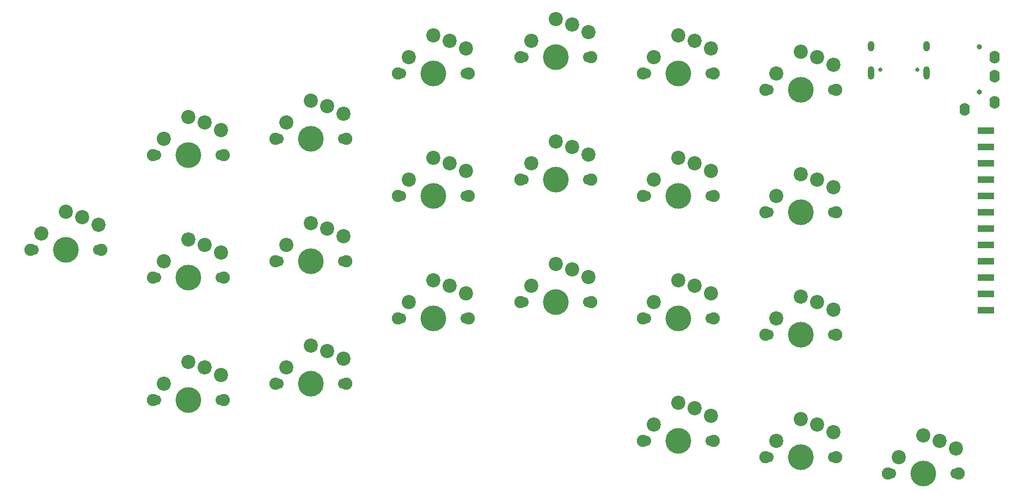
<source format=gbs>
G04 #@! TF.GenerationSoftware,KiCad,Pcbnew,5.1.10*
G04 #@! TF.CreationDate,2021-06-22T11:56:40+03:00*
G04 #@! TF.ProjectId,left,6c656674-2e6b-4696-9361-645f70636258,rev?*
G04 #@! TF.SameCoordinates,Original*
G04 #@! TF.FileFunction,Soldermask,Bot*
G04 #@! TF.FilePolarity,Negative*
%FSLAX46Y46*%
G04 Gerber Fmt 4.6, Leading zero omitted, Abs format (unit mm)*
G04 Created by KiCad (PCBNEW 5.1.10) date 2021-06-22 11:56:40*
%MOMM*%
%LPD*%
G01*
G04 APERTURE LIST*
%ADD10C,2.200000*%
%ADD11C,4.000000*%
%ADD12C,1.900000*%
%ADD13C,1.700000*%
%ADD14O,1.600000X2.000000*%
%ADD15C,0.800000*%
%ADD16R,2.500000X1.000000*%
%ADD17O,1.000000X2.100000*%
%ADD18C,0.650000*%
%ADD19O,1.000000X1.600000*%
G04 APERTURE END LIST*
D10*
X119400000Y-62775000D03*
D11*
X114300000Y-66675000D03*
D12*
X108800000Y-66675000D03*
X119800000Y-66675000D03*
D10*
X114300000Y-60775000D03*
X116840000Y-61595000D03*
X110490000Y-64135000D03*
D13*
X119380000Y-66675000D03*
X109220000Y-66675000D03*
D10*
X233700000Y-112305000D03*
D11*
X228600000Y-116205000D03*
D12*
X223100000Y-116205000D03*
X234100000Y-116205000D03*
D10*
X228600000Y-110305000D03*
X231140000Y-111125000D03*
X224790000Y-113665000D03*
D13*
X233680000Y-116205000D03*
X223520000Y-116205000D03*
X109220000Y-85725000D03*
X119380000Y-85725000D03*
D10*
X110490000Y-83185000D03*
X116840000Y-80645000D03*
X114300000Y-79825000D03*
D12*
X119800000Y-85725000D03*
X108800000Y-85725000D03*
D11*
X114300000Y-85725000D03*
D10*
X119400000Y-81825000D03*
X119400000Y-100875000D03*
D11*
X114300000Y-104775000D03*
D12*
X108800000Y-104775000D03*
X119800000Y-104775000D03*
D10*
X114300000Y-98875000D03*
X116840000Y-99695000D03*
X110490000Y-102235000D03*
D13*
X119380000Y-104775000D03*
X109220000Y-104775000D03*
X147320000Y-53975000D03*
X157480000Y-53975000D03*
D10*
X148590000Y-51435000D03*
X154940000Y-48895000D03*
X152400000Y-48075000D03*
D12*
X157900000Y-53975000D03*
X146900000Y-53975000D03*
D11*
X152400000Y-53975000D03*
D10*
X157500000Y-50075000D03*
X214650000Y-71665000D03*
D11*
X209550000Y-75565000D03*
D12*
X204050000Y-75565000D03*
X215050000Y-75565000D03*
D10*
X209550000Y-69665000D03*
X212090000Y-70485000D03*
X205740000Y-73025000D03*
D13*
X214630000Y-75565000D03*
X204470000Y-75565000D03*
X147320000Y-73025000D03*
X157480000Y-73025000D03*
D10*
X148590000Y-70485000D03*
X154940000Y-67945000D03*
X152400000Y-67125000D03*
D12*
X157900000Y-73025000D03*
X146900000Y-73025000D03*
D11*
X152400000Y-73025000D03*
D10*
X157500000Y-69125000D03*
X157500000Y-88175000D03*
D11*
X152400000Y-92075000D03*
D12*
X146900000Y-92075000D03*
X157900000Y-92075000D03*
D10*
X152400000Y-86175000D03*
X154940000Y-86995000D03*
X148590000Y-89535000D03*
D13*
X157480000Y-92075000D03*
X147320000Y-92075000D03*
X90170000Y-81407000D03*
X100330000Y-81407000D03*
D10*
X91440000Y-78867000D03*
X97790000Y-76327000D03*
X95250000Y-75507000D03*
D12*
X100750000Y-81407000D03*
X89750000Y-81407000D03*
D11*
X95250000Y-81407000D03*
D10*
X100350000Y-77507000D03*
X214650000Y-52615000D03*
D11*
X209550000Y-56515000D03*
D12*
X204050000Y-56515000D03*
X215050000Y-56515000D03*
D10*
X209550000Y-50615000D03*
X212090000Y-51435000D03*
X205740000Y-53975000D03*
D13*
X214630000Y-56515000D03*
X204470000Y-56515000D03*
X204470000Y-94615000D03*
X214630000Y-94615000D03*
D10*
X205740000Y-92075000D03*
X212090000Y-89535000D03*
X209550000Y-88715000D03*
D12*
X215050000Y-94615000D03*
X204050000Y-94615000D03*
D11*
X209550000Y-94615000D03*
D10*
X214650000Y-90715000D03*
X138450000Y-60235000D03*
D11*
X133350000Y-64135000D03*
D12*
X127850000Y-64135000D03*
X138850000Y-64135000D03*
D10*
X133350000Y-58235000D03*
X135890000Y-59055000D03*
X129540000Y-61595000D03*
D13*
X138430000Y-64135000D03*
X128270000Y-64135000D03*
X128270000Y-83185000D03*
X138430000Y-83185000D03*
D10*
X129540000Y-80645000D03*
X135890000Y-78105000D03*
X133350000Y-77285000D03*
D12*
X138850000Y-83185000D03*
X127850000Y-83185000D03*
D11*
X133350000Y-83185000D03*
D10*
X138450000Y-79285000D03*
X138450000Y-98335000D03*
D11*
X133350000Y-102235000D03*
D12*
X127850000Y-102235000D03*
X138850000Y-102235000D03*
D10*
X133350000Y-96335000D03*
X135890000Y-97155000D03*
X129540000Y-99695000D03*
D13*
X138430000Y-102235000D03*
X128270000Y-102235000D03*
X166370000Y-51435000D03*
X176530000Y-51435000D03*
D10*
X167640000Y-48895000D03*
X173990000Y-46355000D03*
X171450000Y-45535000D03*
D12*
X176950000Y-51435000D03*
X165950000Y-51435000D03*
D11*
X171450000Y-51435000D03*
D10*
X176550000Y-47535000D03*
X176550000Y-66585000D03*
D11*
X171450000Y-70485000D03*
D12*
X165950000Y-70485000D03*
X176950000Y-70485000D03*
D10*
X171450000Y-64585000D03*
X173990000Y-65405000D03*
X167640000Y-67945000D03*
D13*
X176530000Y-70485000D03*
X166370000Y-70485000D03*
X166370000Y-89535000D03*
X176530000Y-89535000D03*
D10*
X167640000Y-86995000D03*
X173990000Y-84455000D03*
X171450000Y-83635000D03*
D12*
X176950000Y-89535000D03*
X165950000Y-89535000D03*
D11*
X171450000Y-89535000D03*
D10*
X176550000Y-85635000D03*
X195600000Y-50075000D03*
D11*
X190500000Y-53975000D03*
D12*
X185000000Y-53975000D03*
X196000000Y-53975000D03*
D10*
X190500000Y-48075000D03*
X193040000Y-48895000D03*
X186690000Y-51435000D03*
D13*
X195580000Y-53975000D03*
X185420000Y-53975000D03*
X185420000Y-73025000D03*
X195580000Y-73025000D03*
D10*
X186690000Y-70485000D03*
X193040000Y-67945000D03*
X190500000Y-67125000D03*
D12*
X196000000Y-73025000D03*
X185000000Y-73025000D03*
D11*
X190500000Y-73025000D03*
D10*
X195600000Y-69125000D03*
X195600000Y-88175000D03*
D11*
X190500000Y-92075000D03*
D12*
X185000000Y-92075000D03*
X196000000Y-92075000D03*
D10*
X190500000Y-86175000D03*
X193040000Y-86995000D03*
X186690000Y-89535000D03*
D13*
X195580000Y-92075000D03*
X185420000Y-92075000D03*
X204470000Y-113665000D03*
X214630000Y-113665000D03*
D10*
X205740000Y-111125000D03*
X212090000Y-108585000D03*
X209550000Y-107765000D03*
D12*
X215050000Y-113665000D03*
X204050000Y-113665000D03*
D11*
X209550000Y-113665000D03*
D10*
X214650000Y-109765000D03*
X195600000Y-107225000D03*
D11*
X190500000Y-111125000D03*
D12*
X185000000Y-111125000D03*
X196000000Y-111125000D03*
D10*
X190500000Y-105225000D03*
X193040000Y-106045000D03*
X186690000Y-108585000D03*
D13*
X195580000Y-111125000D03*
X185420000Y-111125000D03*
D14*
X235063000Y-59560000D03*
X239663000Y-58460000D03*
X239663000Y-51460000D03*
D15*
X237363000Y-56860000D03*
X237363000Y-49860000D03*
D14*
X239663000Y-54460000D03*
D16*
X238315000Y-62865000D03*
X238315000Y-65405000D03*
X238315000Y-67945000D03*
X238315000Y-70485000D03*
X238315000Y-73025000D03*
X238315000Y-75565000D03*
X238315000Y-78105000D03*
X238315000Y-80645000D03*
X238315000Y-83185000D03*
X238315000Y-85725000D03*
X238315000Y-88265000D03*
X238315000Y-90805000D03*
D17*
X220470000Y-53930000D03*
X229110000Y-53930000D03*
D18*
X227680000Y-53400000D03*
D19*
X229110000Y-49750000D03*
D18*
X221900000Y-53400000D03*
D19*
X220470000Y-49750000D03*
M02*

</source>
